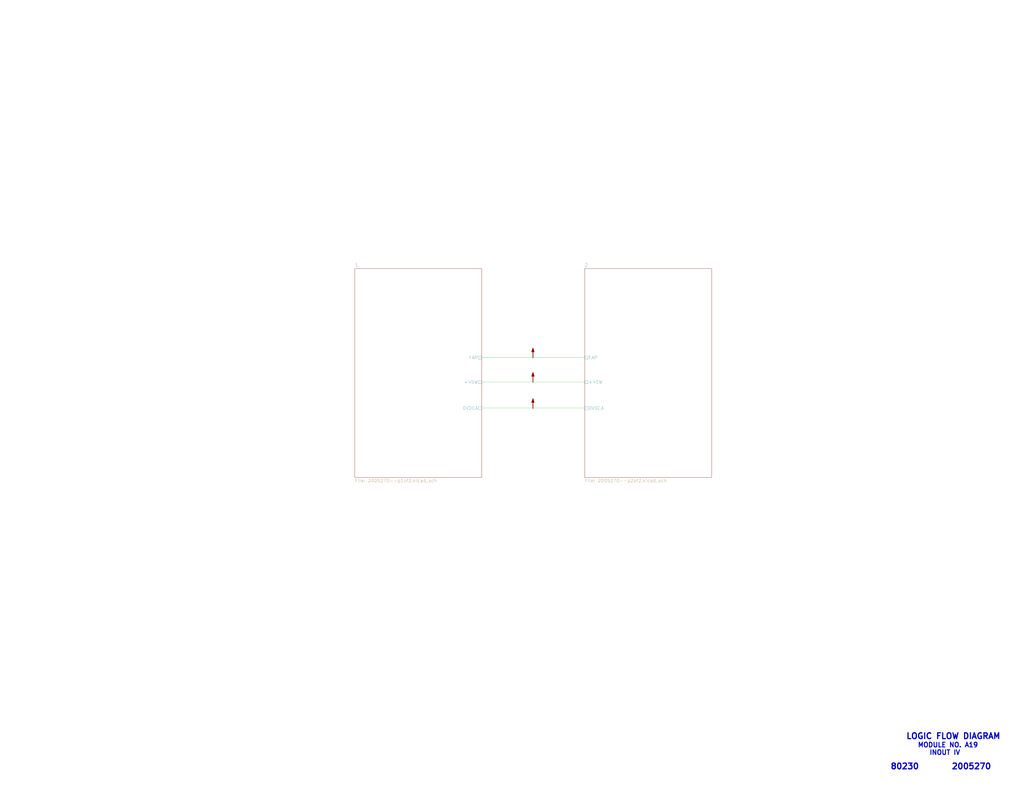
<source format=kicad_sch>
(kicad_sch (version 20211123) (generator eeschema)
  (paper "E")
  (lib_symbols
    (symbol "AGC_DSKY:PWR_FLAG" (power) (pin_numbers hide) (pin_names (offset 0) hide)
      (symbol "PWR_FLAG_0_0"
        (pin power_out line (at 0 0 90) (length 0) (name "pwr") (number "1"))
      )
      (symbol "PWR_FLAG_0_1"
        (polyline (pts (xy 0 0) (xy 0 10.16)) (stroke (width 0.762)))
        (polyline (pts (xy 0 10.16) (xy -1.27 6.35) (xy 1.27 6.35) (xy 0 10.16)) (stroke (width 0.762)) (fill (type outline)))
      )
    )
  )
  (junction (at 581.66 445.77))
  (junction (at 581.66 390.525))
  (junction (at 581.66 417.195))
  (wire (pts (xy 525.78 417.195) (xy 581.66 417.195)))
  (wire (pts (xy 581.66 390.525) (xy 638.175 390.525)))
  (wire (pts (xy 581.66 445.77) (xy 638.175 445.77)))
  (wire (pts (xy 581.66 417.195) (xy 638.175 417.195)))
  (wire (pts (xy 525.78 445.77) (xy 581.66 445.77)))
  (wire (pts (xy 525.78 390.525) (xy 581.66 390.525)))
  (text "INOUT IV" (at 1014.095 824.865 0) (effects (font (size 5.08 5.08) (thickness 1.016) bold) (justify left bottom)))
  (text "MODULE NO. A19" (at 1001.395 816.61 0) (effects (font (size 5.08 5.08) (thickness 1.016) bold) (justify left bottom)))
  (text "LOGIC FLOW DIAGRAM" (at 988.695 807.72 0) (effects (font (size 6.35 6.35) (thickness 1.27) bold) (justify left bottom)))
  (text "2005270" (at 1038.225 840.74 0) (effects (font (size 6.35 6.35) (thickness 1.27) bold) (justify left bottom)))
  (text "80230" (at 971.55 840.74 0) (effects (font (size 6.35 6.35) (thickness 1.27) bold) (justify left bottom)))
  (symbol (lib_id "AGC_DSKY:PWR_FLAG") (at 581.66 445.77 0) (unit 1)
    (property "Reference" "#FLG0103" (effects hide))
    (property "Value" "PWR_FLAG" (effects hide))
  )
  (symbol (lib_id "AGC_DSKY:PWR_FLAG") (at 581.66 417.195 0) (unit 1)
    (property "Reference" "#FLG0102" (effects hide))
    (property "Value" "PWR_FLAG" (effects hide))
  )
  (symbol (lib_id "AGC_DSKY:PWR_FLAG") (at 581.66 390.525 0) (unit 1)
    (property "Reference" "#FLG0101" (effects hide))
    (property "Value" "PWR_FLAG" (effects hide))
  )
  (sheet (at 387.35 293.37) (size 138.43 227.965)
    (property "Sheet name" "1" (at 387.35 291.5154 0) (effects (font (size 3.556 3.556)) (justify left bottom)))
    (property "Sheet file" "2005270--p1of2.kicad_sch" (at 387.35 522.834 0) (effects (font (size 3.556 3.556)) (justify left top)))
    (pin "0VDCA" passive (at 525.78 445.77 0) (effects (font (size 3.556 3.556))))
    (pin "+4SW" passive (at 525.78 417.195 0) (effects (font (size 3.556 3.556))))
    (pin "FAP" passive (at 525.78 390.525 0) (effects (font (size 3.556 3.556))))
  )
  (sheet (at 638.175 293.37) (size 138.43 227.965)
    (property "Sheet name" "2" (at 638.175 291.5154 0) (effects (font (size 3.556 3.556)) (justify left bottom)))
    (property "Sheet file" "2005270--p2of2.kicad_sch" (at 638.175 522.834 0) (effects (font (size 3.556 3.556)) (justify left top)))
    (pin "0VDCA" passive (at 638.175 445.77 180) (effects (font (size 3.556 3.556))))
    (pin "+4SW" passive (at 638.175 417.195 180) (effects (font (size 3.556 3.556))))
    (pin "FAP" passive (at 638.175 390.525 180) (effects (font (size 3.556 3.556))))
  )
)
</source>
